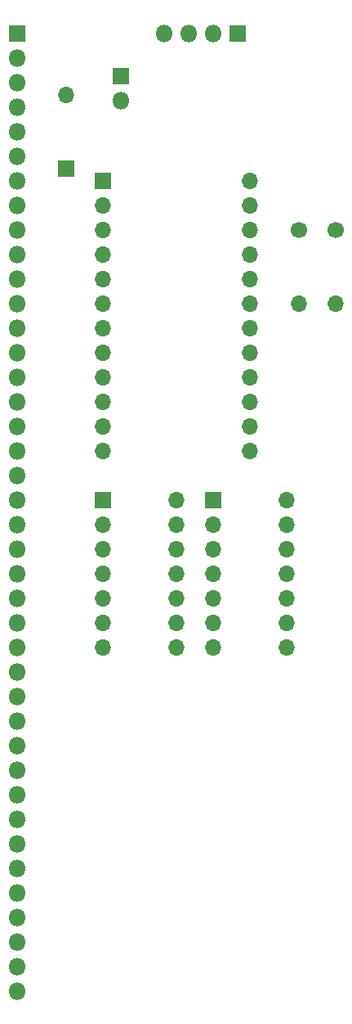
<source format=gbr>
%TF.GenerationSoftware,KiCad,Pcbnew,5.1.6-c6e7f7d~87~ubuntu18.04.1*%
%TF.CreationDate,2020-07-13T17:05:48+01:00*%
%TF.ProjectId,Serial_6850_Rev1,53657269-616c-45f3-9638-35305f526576,rev?*%
%TF.SameCoordinates,Original*%
%TF.FileFunction,Soldermask,Bot*%
%TF.FilePolarity,Negative*%
%FSLAX46Y46*%
G04 Gerber Fmt 4.6, Leading zero omitted, Abs format (unit mm)*
G04 Created by KiCad (PCBNEW 5.1.6-c6e7f7d~87~ubuntu18.04.1) date 2020-07-13 17:05:48*
%MOMM*%
%LPD*%
G01*
G04 APERTURE LIST*
%ADD10O,1.800000X1.800000*%
%ADD11R,1.800000X1.800000*%
%ADD12O,1.700000X1.700000*%
%ADD13R,1.700000X1.700000*%
%ADD14C,1.700000*%
G04 APERTURE END LIST*
D10*
%TO.C,J1*%
X110490000Y-154940000D03*
X110490000Y-152400000D03*
X110490000Y-149860000D03*
X110490000Y-147320000D03*
X110490000Y-144780000D03*
X110490000Y-142240000D03*
X110490000Y-139700000D03*
X110490000Y-137160000D03*
X110490000Y-134620000D03*
X110490000Y-132080000D03*
X110490000Y-129540000D03*
X110490000Y-127000000D03*
X110490000Y-124460000D03*
X110490000Y-121920000D03*
X110490000Y-119380000D03*
X110490000Y-116840000D03*
X110490000Y-114300000D03*
X110490000Y-111760000D03*
X110490000Y-109220000D03*
X110490000Y-106680000D03*
X110490000Y-104140000D03*
X110490000Y-101600000D03*
X110490000Y-99060000D03*
X110490000Y-96520000D03*
X110490000Y-93980000D03*
X110490000Y-91440000D03*
X110490000Y-88900000D03*
X110490000Y-86360000D03*
X110490000Y-83820000D03*
X110490000Y-81280000D03*
X110490000Y-78740000D03*
X110490000Y-76200000D03*
X110490000Y-73660000D03*
X110490000Y-71120000D03*
X110490000Y-68580000D03*
X110490000Y-66040000D03*
X110490000Y-63500000D03*
X110490000Y-60960000D03*
X110490000Y-58420000D03*
D11*
X110490000Y-55880000D03*
%TD*%
D10*
%TO.C,J2*%
X125730000Y-55880000D03*
X128270000Y-55880000D03*
X130810000Y-55880000D03*
D11*
X133350000Y-55880000D03*
%TD*%
D12*
%TO.C,U3*%
X134620000Y-71120000D03*
X119380000Y-99060000D03*
X134620000Y-73660000D03*
X119380000Y-96520000D03*
X134620000Y-76200000D03*
X119380000Y-93980000D03*
X134620000Y-78740000D03*
X119380000Y-91440000D03*
X134620000Y-81280000D03*
X119380000Y-88900000D03*
X134620000Y-83820000D03*
X119380000Y-86360000D03*
X134620000Y-86360000D03*
X119380000Y-83820000D03*
X134620000Y-88900000D03*
X119380000Y-81280000D03*
X134620000Y-91440000D03*
X119380000Y-78740000D03*
X134620000Y-93980000D03*
X119380000Y-76200000D03*
X134620000Y-96520000D03*
X119380000Y-73660000D03*
X134620000Y-99060000D03*
D13*
X119380000Y-71120000D03*
%TD*%
D12*
%TO.C,U2*%
X127000000Y-104140000D03*
X119380000Y-119380000D03*
X127000000Y-106680000D03*
X119380000Y-116840000D03*
X127000000Y-109220000D03*
X119380000Y-114300000D03*
X127000000Y-111760000D03*
X119380000Y-111760000D03*
X127000000Y-114300000D03*
X119380000Y-109220000D03*
X127000000Y-116840000D03*
X119380000Y-106680000D03*
X127000000Y-119380000D03*
D13*
X119380000Y-104140000D03*
%TD*%
D12*
%TO.C,U1*%
X138430000Y-104140000D03*
X130810000Y-119380000D03*
X138430000Y-106680000D03*
X130810000Y-116840000D03*
X138430000Y-109220000D03*
X130810000Y-114300000D03*
X138430000Y-111760000D03*
X130810000Y-111760000D03*
X138430000Y-114300000D03*
X130810000Y-109220000D03*
X138430000Y-116840000D03*
X130810000Y-106680000D03*
X138430000Y-119380000D03*
D13*
X130810000Y-104140000D03*
%TD*%
D12*
%TO.C,R2*%
X139700000Y-83820000D03*
D14*
X139700000Y-76200000D03*
%TD*%
D12*
%TO.C,R1*%
X143510000Y-83820000D03*
D14*
X143510000Y-76200000D03*
%TD*%
D10*
%TO.C,JP1*%
X121285000Y-62865000D03*
D11*
X121285000Y-60325000D03*
%TD*%
D12*
%TO.C,D1*%
X115570000Y-62230000D03*
D13*
X115570000Y-69850000D03*
%TD*%
M02*

</source>
